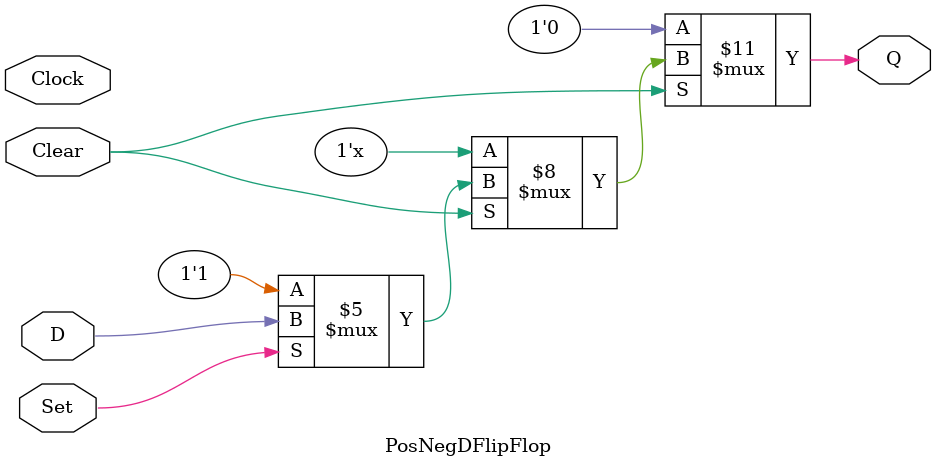
<source format=v>
`timescale 1ns / 1ps
module PosNegDFlipFlop(Clock,D,Set,Clear,Q);
	input Clock;				//clock input
	input D, Set, Clear;		//three inputs
	output reg Q;				//output from flip flop		
	
	always @ (Clock)
		begin
			if (Clear == 1'b0) 
				Q = 1'b0;
			else if (Set == 1'b0) 
				Q = 1'b1;
			else
				Q = D;
		end

endmodule 
</source>
